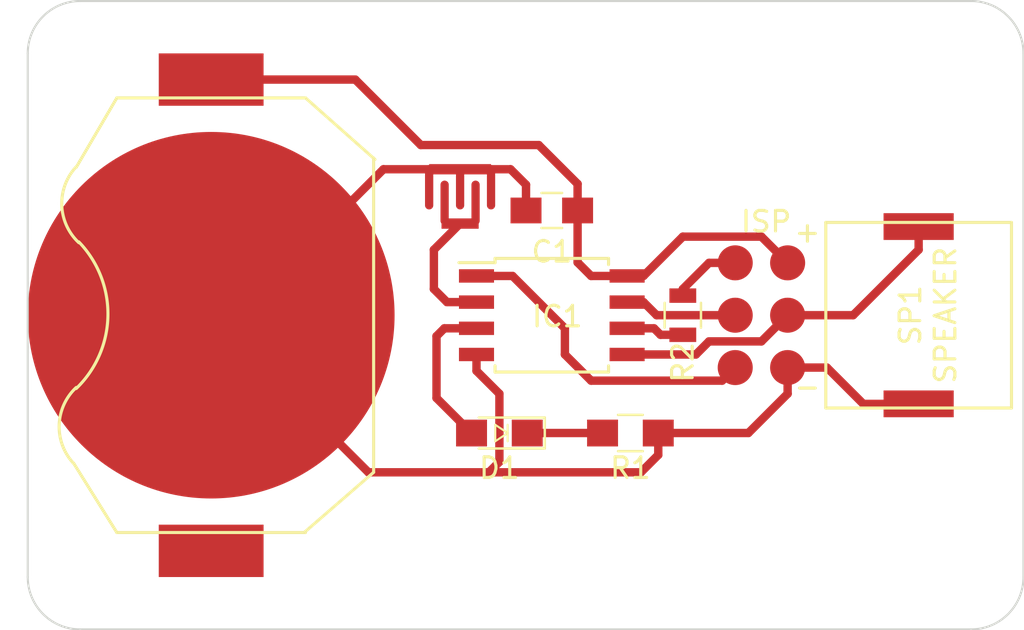
<source format=kicad_pcb>
(kicad_pcb (version 4) (host pcbnew 4.0.6)

  (general
    (links 19)
    (no_connects 1)
    (area 136.503999 63.957999 186.359001 94.538001)
    (thickness 1.6)
    (drawings 8)
    (tracks 65)
    (zones 0)
    (modules 9)
    (nets 11)
  )

  (page USLetter)
  (layers
    (0 F.Cu signal)
    (31 B.Cu signal)
    (32 B.Adhes user)
    (33 F.Adhes user)
    (34 B.Paste user)
    (35 F.Paste user)
    (36 B.SilkS user)
    (37 F.SilkS user)
    (38 B.Mask user)
    (39 F.Mask user)
    (40 Dwgs.User user)
    (41 Cmts.User user)
    (42 Eco1.User user)
    (43 Eco2.User user)
    (44 Edge.Cuts user)
    (45 Margin user)
    (46 B.CrtYd user)
    (47 F.CrtYd user)
    (48 B.Fab user)
    (49 F.Fab user)
  )

  (setup
    (last_trace_width 0.4064)
    (user_trace_width 0.254)
    (user_trace_width 0.3048)
    (user_trace_width 0.4064)
    (user_trace_width 0.6096)
    (trace_clearance 0.2)
    (zone_clearance 0.508)
    (zone_45_only no)
    (trace_min 0.2)
    (segment_width 0.2)
    (edge_width 0.1)
    (via_size 0.6)
    (via_drill 0.4)
    (via_min_size 0.4)
    (via_min_drill 0.3)
    (uvia_size 0.3)
    (uvia_drill 0.1)
    (uvias_allowed no)
    (uvia_min_size 0.2)
    (uvia_min_drill 0.1)
    (pcb_text_width 0.3)
    (pcb_text_size 1.27 1.27)
    (mod_edge_width 0.15)
    (mod_text_size 1.016 1.016)
    (mod_text_width 0.127)
    (pad_size 17.78 17.78)
    (pad_drill 0)
    (pad_to_mask_clearance 0)
    (aux_axis_origin 111.76 109.855)
    (grid_origin 0.889 0.508)
    (visible_elements 7FFFFFFF)
    (pcbplotparams
      (layerselection 0x010f0_80000001)
      (usegerberextensions true)
      (excludeedgelayer true)
      (linewidth 0.100000)
      (plotframeref false)
      (viasonmask false)
      (mode 1)
      (useauxorigin false)
      (hpglpennumber 1)
      (hpglpenspeed 20)
      (hpglpendiameter 15)
      (hpglpenoverlay 2)
      (psnegative false)
      (psa4output false)
      (plotreference true)
      (plotvalue true)
      (plotinvisibletext false)
      (padsonsilk false)
      (subtractmaskfromsilk false)
      (outputformat 1)
      (mirror false)
      (drillshape 0)
      (scaleselection 1)
      (outputdirectory gerbers/))
  )

  (net 0 "")
  (net 1 GND)
  (net 2 +BATT)
  (net 3 "Net-(CON1-Pad1)")
  (net 4 "Net-(D1-Pad1)")
  (net 5 /MISO)
  (net 6 /SCK)
  (net 7 /MOSI)
  (net 8 /RST)
  (net 9 /D3)
  (net 10 /D4)

  (net_class Default "This is the default net class."
    (clearance 0.2)
    (trace_width 0.25)
    (via_dia 0.6)
    (via_drill 0.4)
    (uvia_dia 0.3)
    (uvia_drill 0.1)
    (add_net +BATT)
    (add_net /D3)
    (add_net /D4)
    (add_net /MISO)
    (add_net /MOSI)
    (add_net /RST)
    (add_net /SCK)
    (add_net GND)
    (add_net "Net-(CON1-Pad1)")
    (add_net "Net-(D1-Pad1)")
  )

  (module myFootPrints:SW_SMD_TOUCH (layer F.Cu) (tedit 5A9F829B) (tstamp 5A94E024)
    (at 159.004 74.168)
    (path /5A7D01B3)
    (fp_text reference J1 (at 0.127 4.572) (layer F.SilkS) hide
      (effects (font (size 1.016 1.016) (thickness 0.2032)))
    )
    (fp_text value JMP (at 0.254 -4.572) (layer F.SilkS) hide
      (effects (font (size 1.016 1.016) (thickness 0.254)))
    )
    (fp_line (start -0.75 -1.25) (end -0.75 0.5) (layer F.Cu) (width 0.4))
    (fp_line (start 1.5 -2) (end 1.5 -0.25) (layer F.Cu) (width 0.4))
    (fp_line (start 0.75 0.5) (end 0.75 -1.25) (layer F.Cu) (width 0.4))
    (fp_line (start 0 -2) (end 0 -0.25) (layer F.Cu) (width 0.4))
    (fp_line (start -1.5 -2) (end -1.5 -0.25) (layer F.Cu) (width 0.4))
    (pad 1 smd rect (at 0 -2) (size 3 0.5) (layers F.Cu F.Paste F.Mask)
      (net 1 GND))
    (pad 2 smd rect (at 0 0.635) (size 1.8 0.5) (layers F.Cu F.Paste F.Mask)
      (net 9 /D3))
    (pad 3 smd circle (at 0 -0.75) (size 3.5 3.5) (layers F.Paste F.Mask))
  )

  (module LEDs:LED_0805_HandSoldering (layer F.Cu) (tedit 5A9E0B35) (tstamp 5A94E010)
    (at 160.909 84.963 180)
    (descr "Resistor SMD 0805, hand soldering")
    (tags "resistor 0805")
    (path /561BE7BF)
    (attr smd)
    (fp_text reference D1 (at 0 -1.7 180) (layer F.SilkS)
      (effects (font (size 1 1) (thickness 0.15)))
    )
    (fp_text value LED (at 0 1.75 180) (layer F.Fab)
      (effects (font (size 1 1) (thickness 0.15)))
    )
    (fp_line (start -0.4 -0.4) (end -0.4 0.4) (layer F.SilkS) (width 0.1))
    (fp_line (start -0.4 0) (end 0.2 -0.4) (layer F.SilkS) (width 0.1))
    (fp_line (start 0.2 0.4) (end -0.4 0) (layer F.SilkS) (width 0.1))
    (fp_line (start 0.2 -0.4) (end 0.2 0.4) (layer F.SilkS) (width 0.1))
    (fp_line (start -1 0.62) (end -1 -0.62) (layer F.Fab) (width 0.1))
    (fp_line (start 1 0.62) (end -1 0.62) (layer F.Fab) (width 0.1))
    (fp_line (start 1 -0.62) (end 1 0.62) (layer F.Fab) (width 0.1))
    (fp_line (start -1 -0.62) (end 1 -0.62) (layer F.Fab) (width 0.1))
    (fp_line (start 1 0.75) (end -2.2 0.75) (layer F.SilkS) (width 0.12))
    (fp_line (start -2.2 -0.75) (end 1 -0.75) (layer F.SilkS) (width 0.12))
    (fp_line (start -2.35 -0.9) (end 2.35 -0.9) (layer F.CrtYd) (width 0.05))
    (fp_line (start -2.35 -0.9) (end -2.35 0.9) (layer F.CrtYd) (width 0.05))
    (fp_line (start 2.35 0.9) (end 2.35 -0.9) (layer F.CrtYd) (width 0.05))
    (fp_line (start 2.35 0.9) (end -2.35 0.9) (layer F.CrtYd) (width 0.05))
    (fp_line (start -2.2 -0.75) (end -2.2 0.75) (layer F.SilkS) (width 0.12))
    (pad 1 smd rect (at -1.35 0 180) (size 1.5 1.3) (layers F.Cu F.Paste F.Mask)
      (net 4 "Net-(D1-Pad1)"))
    (pad 2 smd rect (at 1.35 0 180) (size 1.5 1.3) (layers F.Cu F.Paste F.Mask)
      (net 10 /D4))
    (model ${KISYS3DMOD}/LEDs.3dshapes/LED_0805.wrl
      (at (xyz 0 0 0))
      (scale (xyz 1 1 1))
      (rotate (xyz 0 0 0))
    )
  )

  (module footprints:Pin_Header_Straight_2x03_Pitch2.54mm (layer F.Cu) (tedit 5C8A8A6D) (tstamp 5A7BED43)
    (at 172.339 76.708)
    (descr "Through hole straight pin header, 2x03, 2.54mm pitch, double rows")
    (tags "Through hole pin header THT 2x03 2.54mm double row")
    (path /561A9A26)
    (fp_text reference CON1 (at 1.2 2.5 90) (layer F.SilkS) hide
      (effects (font (size 1 1) (thickness 0.15)))
    )
    (fp_text value ISP (at 1.5 -2) (layer F.SilkS)
      (effects (font (size 1 1) (thickness 0.15)))
    )
    (fp_text user - (at 3.5 6) (layer F.SilkS)
      (effects (font (size 1 1) (thickness 0.15)))
    )
    (fp_text user + (at 3.5 -1.5) (layer F.SilkS)
      (effects (font (size 1 1) (thickness 0.15)))
    )
    (fp_line (start 0 -1.27) (end 3.81 -1.27) (layer F.Fab) (width 0.1))
    (fp_line (start 3.81 -1.27) (end 3.81 6.35) (layer F.Fab) (width 0.1))
    (fp_line (start 3.81 6.35) (end -1.27 6.35) (layer F.Fab) (width 0.1))
    (fp_line (start -1.27 6.35) (end -1.27 0) (layer F.Fab) (width 0.1))
    (fp_line (start -1.27 0) (end 0 -1.27) (layer F.Fab) (width 0.1))
    (fp_line (start -1.8 -1.8) (end -1.8 6.85) (layer F.CrtYd) (width 0.05))
    (fp_line (start -1.8 6.85) (end 4.35 6.85) (layer F.CrtYd) (width 0.05))
    (fp_line (start 4.35 6.85) (end 4.35 -1.8) (layer F.CrtYd) (width 0.05))
    (fp_line (start 4.35 -1.8) (end -1.8 -1.8) (layer F.CrtYd) (width 0.05))
    (fp_text user %R (at 1.27 2.54 90) (layer F.Fab)
      (effects (font (size 1 1) (thickness 0.15)))
    )
    (pad 1 smd circle (at 0 0) (size 1.7 1.7) (layers F.Cu F.Paste F.Mask)
      (net 3 "Net-(CON1-Pad1)"))
    (pad 2 smd oval (at 2.54 0) (size 1.7 1.7) (layers F.Cu F.Paste F.Mask)
      (net 2 +BATT))
    (pad 3 smd oval (at 0 2.54) (size 1.7 1.7) (layers F.Cu F.Paste F.Mask)
      (net 6 /SCK))
    (pad 4 smd oval (at 2.54 2.54) (size 1.7 1.7) (layers F.Cu F.Paste F.Mask)
      (net 7 /MOSI))
    (pad 5 smd oval (at 0 5.08) (size 1.7 1.7) (layers F.Cu F.Paste F.Mask)
      (net 8 /RST))
    (pad 6 smd oval (at 2.54 5.08) (size 1.7 1.7) (layers F.Cu F.Paste F.Mask)
      (net 1 GND))
  )

  (module footprints:BATT_CR2032_SMD (layer F.Cu) (tedit 5C8A8B44) (tstamp 5A83A7E3)
    (at 146.939 79.248 270)
    (tags battery)
    (path /553F9619)
    (fp_text reference BT1 (at 0 5.08 270) (layer F.SilkS) hide
      (effects (font (size 1.72974 1.08712) (thickness 0.27178)))
    )
    (fp_text value Battery (at 0 -2.54 270) (layer F.SilkS) hide
      (effects (font (size 1.524 1.016) (thickness 0.254)))
    )
    (fp_line (start -7.1755 6.5405) (end -10.541 4.572) (layer F.SilkS) (width 0.15))
    (fp_line (start 7.1755 6.6675) (end 10.541 4.572) (layer F.SilkS) (width 0.15))
    (fp_arc (start -5.4229 4.6355) (end -3.5179 6.4135) (angle 90) (layer F.SilkS) (width 0.15))
    (fp_arc (start 5.4102 4.7625) (end 7.1882 6.6675) (angle 90) (layer F.SilkS) (width 0.15))
    (fp_arc (start -0.0635 10.033) (end -3.556 6.4135) (angle 90) (layer F.SilkS) (width 0.15))
    (fp_line (start 7.62 -7.874) (end 10.541 -4.5085) (layer F.SilkS) (width 0.15))
    (fp_line (start -10.541 -4.572) (end -7.5565 -7.9375) (layer F.SilkS) (width 0.15))
    (fp_line (start -7.62 -7.874) (end 7.62 -7.874) (layer F.SilkS) (width 0.15))
    (fp_line (start -10.541 4.572) (end -10.541 -4.572) (layer F.SilkS) (width 0.15))
    (fp_line (start 10.541 4.572) (end 10.541 -4.572) (layer F.SilkS) (width 0.15))
    (fp_circle (center 0 0) (end -10.16 0) (layer Dwgs.User) (width 0.15))
    (pad 2 smd circle (at 0 0 270) (size 17.78 17.78) (layers F.Cu F.Paste F.Mask)
      (net 1 GND))
    (pad 1 smd rect (at -11.43 0 270) (size 2.54 5.08) (layers F.Cu F.Paste F.Mask)
      (net 2 +BATT))
    (pad 1 smd rect (at 11.43 0 270) (size 2.54 5.08) (layers F.Cu F.Paste F.Mask)
      (net 2 +BATT))
  )

  (module footprints:PS1240_piezo (layer F.Cu) (tedit 5A7D0A37) (tstamp 5A83A82D)
    (at 181.229 79.248 90)
    (descr "piezo speaker 12 mm")
    (tags "buzzer speaker piezo")
    (path /561A890F)
    (fp_text reference SP1 (at 0 -0.4 90) (layer F.SilkS)
      (effects (font (size 1 1) (thickness 0.15)))
    )
    (fp_text value SPEAKER (at 0 1.3 90) (layer F.SilkS)
      (effects (font (size 1 1) (thickness 0.15)))
    )
    (fp_line (start -4.5 -4.5) (end -4.5 4.5) (layer F.SilkS) (width 0.15))
    (fp_line (start -4.5 4.5) (end 4.5 4.5) (layer F.SilkS) (width 0.15))
    (fp_line (start 4.5 4.5) (end 4.5 -4.5) (layer F.SilkS) (width 0.15))
    (fp_line (start 4.5 -4.5) (end -4.5 -4.5) (layer F.SilkS) (width 0.15))
    (pad 1 smd rect (at -4.3 0 90) (size 1.3 3.4) (layers F.Cu F.Paste F.Mask)
      (net 1 GND))
    (pad 2 smd rect (at 4.3 0 90) (size 1.3 3.4) (layers F.Cu F.Paste F.Mask)
      (net 7 /MOSI))
  )

  (module footprints:SOIJ-8_5.3x5.3mm_Pitch1.27mm (layer F.Cu) (tedit 5A94E6CD) (tstamp 5A94DD7A)
    (at 163.449 79.248)
    (descr "8-Lead Plastic Small Outline (SM) - Medium, 5.28 mm Body [SOIC] (see Microchip Packaging Specification 00000049BS.pdf)")
    (tags "SOIC 1.27")
    (path /553EFD0A)
    (attr smd)
    (fp_text reference IC1 (at 0.265 0.06) (layer F.SilkS)
      (effects (font (size 1 1) (thickness 0.15)))
    )
    (fp_text value ATTINY85 (at 0 3.68) (layer F.Fab)
      (effects (font (size 1 1) (thickness 0.15)))
    )
    (fp_text user %R (at 0 0) (layer F.Fab)
      (effects (font (size 1 1) (thickness 0.15)))
    )
    (fp_line (start -1.65 -2.65) (end 2.65 -2.65) (layer F.Fab) (width 0.15))
    (fp_line (start 2.65 -2.65) (end 2.65 2.65) (layer F.Fab) (width 0.15))
    (fp_line (start 2.65 2.65) (end -2.65 2.65) (layer F.Fab) (width 0.15))
    (fp_line (start -2.65 2.65) (end -2.65 -1.65) (layer F.Fab) (width 0.15))
    (fp_line (start -2.65 -1.65) (end -1.65 -2.65) (layer F.Fab) (width 0.15))
    (fp_line (start -4.75 -2.95) (end -4.75 2.95) (layer F.CrtYd) (width 0.05))
    (fp_line (start 4.75 -2.95) (end 4.75 2.95) (layer F.CrtYd) (width 0.05))
    (fp_line (start -4.75 -2.95) (end 4.75 -2.95) (layer F.CrtYd) (width 0.05))
    (fp_line (start -4.75 2.95) (end 4.75 2.95) (layer F.CrtYd) (width 0.05))
    (fp_line (start -2.75 -2.755) (end -2.75 -2.55) (layer F.SilkS) (width 0.15))
    (fp_line (start 2.75 -2.755) (end 2.75 -2.455) (layer F.SilkS) (width 0.15))
    (fp_line (start 2.75 2.755) (end 2.75 2.455) (layer F.SilkS) (width 0.15))
    (fp_line (start -2.75 2.755) (end -2.75 2.455) (layer F.SilkS) (width 0.15))
    (fp_line (start -2.75 -2.755) (end 2.75 -2.755) (layer F.SilkS) (width 0.15))
    (fp_line (start -2.75 2.755) (end 2.75 2.755) (layer F.SilkS) (width 0.15))
    (fp_line (start -2.75 -2.55) (end -4.5 -2.55) (layer F.SilkS) (width 0.15))
    (pad 1 smd rect (at -3.65 -1.905) (size 1.7 0.65) (layers F.Cu F.Paste F.Mask)
      (net 8 /RST))
    (pad 2 smd rect (at -3.65 -0.635) (size 1.7 0.65) (layers F.Cu F.Paste F.Mask)
      (net 9 /D3))
    (pad 3 smd rect (at -3.65 0.635) (size 1.7 0.65) (layers F.Cu F.Paste F.Mask)
      (net 10 /D4))
    (pad 4 smd rect (at -3.65 1.905) (size 1.7 0.65) (layers F.Cu F.Paste F.Mask)
      (net 1 GND))
    (pad 5 smd rect (at 3.65 1.905) (size 1.7 0.65) (layers F.Cu F.Paste F.Mask)
      (net 7 /MOSI))
    (pad 6 smd rect (at 3.65 0.635) (size 1.7 0.65) (layers F.Cu F.Paste F.Mask)
      (net 5 /MISO))
    (pad 7 smd rect (at 3.65 -0.635) (size 1.7 0.65) (layers F.Cu F.Paste F.Mask)
      (net 6 /SCK))
    (pad 8 smd rect (at 3.65 -1.905) (size 1.7 0.65) (layers F.Cu F.Paste F.Mask)
      (net 2 +BATT))
    (model ${KISYS3DMOD}/Housings_SOIC.3dshapes/SOIJ-8_5.3x5.3mm_Pitch1.27mm.wrl
      (at (xyz 0 0 0))
      (scale (xyz 1 1 1))
      (rotate (xyz 0 0 0))
    )
  )

  (module Resistors_SMD:R_0805_HandSoldering (layer F.Cu) (tedit 58E0A804) (tstamp 5A94E034)
    (at 167.259 84.963 180)
    (descr "Resistor SMD 0805, hand soldering")
    (tags "resistor 0805")
    (path /561BE85C)
    (attr smd)
    (fp_text reference R1 (at 0 -1.7 180) (layer F.SilkS)
      (effects (font (size 1 1) (thickness 0.15)))
    )
    (fp_text value 330 (at 0 1.75 180) (layer F.Fab)
      (effects (font (size 1 1) (thickness 0.15)))
    )
    (fp_text user %R (at 0 0 180) (layer F.Fab)
      (effects (font (size 0.5 0.5) (thickness 0.075)))
    )
    (fp_line (start -1 0.62) (end -1 -0.62) (layer F.Fab) (width 0.1))
    (fp_line (start 1 0.62) (end -1 0.62) (layer F.Fab) (width 0.1))
    (fp_line (start 1 -0.62) (end 1 0.62) (layer F.Fab) (width 0.1))
    (fp_line (start -1 -0.62) (end 1 -0.62) (layer F.Fab) (width 0.1))
    (fp_line (start 0.6 0.88) (end -0.6 0.88) (layer F.SilkS) (width 0.12))
    (fp_line (start -0.6 -0.88) (end 0.6 -0.88) (layer F.SilkS) (width 0.12))
    (fp_line (start -2.35 -0.9) (end 2.35 -0.9) (layer F.CrtYd) (width 0.05))
    (fp_line (start -2.35 -0.9) (end -2.35 0.9) (layer F.CrtYd) (width 0.05))
    (fp_line (start 2.35 0.9) (end 2.35 -0.9) (layer F.CrtYd) (width 0.05))
    (fp_line (start 2.35 0.9) (end -2.35 0.9) (layer F.CrtYd) (width 0.05))
    (pad 1 smd rect (at -1.35 0 180) (size 1.5 1.3) (layers F.Cu F.Paste F.Mask)
      (net 1 GND))
    (pad 2 smd rect (at 1.35 0 180) (size 1.5 1.3) (layers F.Cu F.Paste F.Mask)
      (net 4 "Net-(D1-Pad1)"))
    (model ${KISYS3DMOD}/Resistors_SMD.3dshapes/R_0805.wrl
      (at (xyz 0 0 0))
      (scale (xyz 1 1 1))
      (rotate (xyz 0 0 0))
    )
  )

  (module Capacitors_SMD:C_0805_HandSoldering (layer F.Cu) (tedit 5A9E0520) (tstamp 5A94E000)
    (at 163.449 74.168)
    (descr "Capacitor SMD 0805, hand soldering")
    (tags "capacitor 0805")
    (path /553FDF53)
    (attr smd)
    (fp_text reference C1 (at 0 2) (layer F.SilkS)
      (effects (font (size 1 1) (thickness 0.15)))
    )
    (fp_text value "0.1 uF" (at 0 1.75) (layer F.Fab)
      (effects (font (size 1 1) (thickness 0.15)))
    )
    (fp_text user %R (at 0 2) (layer F.Fab)
      (effects (font (size 1 1) (thickness 0.15)))
    )
    (fp_line (start -1 0.62) (end -1 -0.62) (layer F.Fab) (width 0.1))
    (fp_line (start 1 0.62) (end -1 0.62) (layer F.Fab) (width 0.1))
    (fp_line (start 1 -0.62) (end 1 0.62) (layer F.Fab) (width 0.1))
    (fp_line (start -1 -0.62) (end 1 -0.62) (layer F.Fab) (width 0.1))
    (fp_line (start 0.5 -0.85) (end -0.5 -0.85) (layer F.SilkS) (width 0.12))
    (fp_line (start -0.5 0.85) (end 0.5 0.85) (layer F.SilkS) (width 0.12))
    (fp_line (start -2.25 -0.88) (end 2.25 -0.88) (layer F.CrtYd) (width 0.05))
    (fp_line (start -2.25 -0.88) (end -2.25 0.87) (layer F.CrtYd) (width 0.05))
    (fp_line (start 2.25 0.87) (end 2.25 -0.88) (layer F.CrtYd) (width 0.05))
    (fp_line (start 2.25 0.87) (end -2.25 0.87) (layer F.CrtYd) (width 0.05))
    (pad 1 smd rect (at -1.25 0) (size 1.5 1.25) (layers F.Cu F.Paste F.Mask)
      (net 1 GND))
    (pad 2 smd rect (at 1.25 0) (size 1.5 1.25) (layers F.Cu F.Paste F.Mask)
      (net 2 +BATT))
    (model Capacitors_SMD.3dshapes/C_0805.wrl
      (at (xyz 0 0 0))
      (scale (xyz 1 1 1))
      (rotate (xyz 0 0 0))
    )
  )

  (module Resistors_SMD:R_0805 (layer F.Cu) (tedit 5C8A92A4) (tstamp 5C8A8B15)
    (at 169.799 79.248 270)
    (descr "Resistor SMD 0805, reflow soldering, Vishay (see dcrcw.pdf)")
    (tags "resistor 0805")
    (path /5C8A8E71)
    (attr smd)
    (fp_text reference R2 (at 2.286 0 270) (layer F.SilkS)
      (effects (font (size 1 1) (thickness 0.15)))
    )
    (fp_text value 0 (at 0 1.75 270) (layer F.Fab)
      (effects (font (size 1 1) (thickness 0.15)))
    )
    (fp_text user %R (at 0 0 270) (layer F.Fab)
      (effects (font (size 0.5 0.5) (thickness 0.075)))
    )
    (fp_line (start -1 0.62) (end -1 -0.62) (layer F.Fab) (width 0.1))
    (fp_line (start 1 0.62) (end -1 0.62) (layer F.Fab) (width 0.1))
    (fp_line (start 1 -0.62) (end 1 0.62) (layer F.Fab) (width 0.1))
    (fp_line (start -1 -0.62) (end 1 -0.62) (layer F.Fab) (width 0.1))
    (fp_line (start 0.6 0.88) (end -0.6 0.88) (layer F.SilkS) (width 0.12))
    (fp_line (start -0.6 -0.88) (end 0.6 -0.88) (layer F.SilkS) (width 0.12))
    (fp_line (start -1.55 -0.9) (end 1.55 -0.9) (layer F.CrtYd) (width 0.05))
    (fp_line (start -1.55 -0.9) (end -1.55 0.9) (layer F.CrtYd) (width 0.05))
    (fp_line (start 1.55 0.9) (end 1.55 -0.9) (layer F.CrtYd) (width 0.05))
    (fp_line (start 1.55 0.9) (end -1.55 0.9) (layer F.CrtYd) (width 0.05))
    (pad 1 smd rect (at -0.95 0 270) (size 0.7 1.3) (layers F.Cu F.Paste F.Mask)
      (net 3 "Net-(CON1-Pad1)"))
    (pad 2 smd rect (at 0.95 0 270) (size 0.7 1.3) (layers F.Cu F.Paste F.Mask)
      (net 5 /MISO))
    (model ${KISYS3DMOD}/Resistors_SMD.3dshapes/R_0805.wrl
      (at (xyz 0 0 0))
      (scale (xyz 1 1 1))
      (rotate (xyz 0 0 0))
    )
  )

  (gr_line (start 138.049 91.948) (end 138.049 66.548) (angle 90) (layer Edge.Cuts) (width 0.1))
  (gr_line (start 183.769 94.488) (end 140.589 94.488) (angle 90) (layer Edge.Cuts) (width 0.1))
  (gr_line (start 186.309 66.548) (end 186.309 91.948) (angle 90) (layer Edge.Cuts) (width 0.1))
  (gr_line (start 140.589 64.008) (end 183.769 64.008) (angle 90) (layer Edge.Cuts) (width 0.1))
  (gr_arc (start 183.769 66.548) (end 183.769 64.008) (angle 90) (layer Edge.Cuts) (width 0.1))
  (gr_arc (start 183.769 91.948) (end 186.309 91.948) (angle 90) (layer Edge.Cuts) (width 0.1))
  (gr_arc (start 140.589 91.948) (end 140.589 94.488) (angle 90) (layer Edge.Cuts) (width 0.1))
  (gr_arc (start 140.589 66.548) (end 138.049 66.548) (angle 90) (layer Edge.Cuts) (width 0.1))

  (segment (start 168.609 84.963) (end 172.974 84.963) (width 0.4064) (layer F.Cu) (net 1) (status 400000))
  (segment (start 174.879 83.058) (end 174.879 81.788) (width 0.4064) (layer F.Cu) (net 1) (tstamp 5C8A9257) (status 800000))
  (segment (start 172.974 84.963) (end 174.879 83.058) (width 0.4064) (layer F.Cu) (net 1) (tstamp 5C8A9255))
  (segment (start 160.401 86.868) (end 167.767 86.868) (width 0.4064) (layer F.Cu) (net 1))
  (segment (start 168.609 86.026) (end 168.609 84.963) (width 0.4064) (layer F.Cu) (net 1) (tstamp 5C8A9252) (status 800000))
  (segment (start 167.767 86.868) (end 168.609 86.026) (width 0.4064) (layer F.Cu) (net 1) (tstamp 5C8A9250))
  (segment (start 160.909 83.058) (end 160.909 86.36) (width 0.4064) (layer F.Cu) (net 1))
  (segment (start 159.799 81.948) (end 160.909 83.058) (width 0.4064) (layer F.Cu) (net 1) (tstamp 5C8A8EAE))
  (segment (start 159.799 81.153) (end 159.799 81.948) (width 0.4064) (layer F.Cu) (net 1))
  (segment (start 154.559 86.868) (end 146.939 79.248) (width 0.4064) (layer F.Cu) (net 1) (tstamp 5C8A9243) (status 800000))
  (segment (start 160.401 86.868) (end 154.559 86.868) (width 0.4064) (layer F.Cu) (net 1) (tstamp 5C8A9242))
  (segment (start 160.909 86.36) (end 160.401 86.868) (width 0.4064) (layer F.Cu) (net 1) (tstamp 5C8A923E))
  (segment (start 146.939 79.248) (end 148.209 79.248) (width 0.4064) (layer F.Cu) (net 1))
  (segment (start 148.209 79.248) (end 155.289 72.168) (width 0.4064) (layer F.Cu) (net 1) (tstamp 5C8A8F1D))
  (segment (start 155.289 72.168) (end 159.004 72.168) (width 0.4064) (layer F.Cu) (net 1) (tstamp 5C8A8F1E))
  (segment (start 162.199 74.168) (end 162.199 72.918) (width 0.4064) (layer F.Cu) (net 1))
  (segment (start 161.449 72.168) (end 159.004 72.168) (width 0.4064) (layer F.Cu) (net 1) (tstamp 5C8A8F1A))
  (segment (start 162.199 72.918) (end 161.449 72.168) (width 0.4064) (layer F.Cu) (net 1) (tstamp 5C8A8F19))
  (segment (start 146.939 79.248) (end 147.574 79.248) (width 0.4064) (layer F.Cu) (net 1))
  (segment (start 174.879 81.788) (end 176.784 81.788) (width 0.4064) (layer F.Cu) (net 1))
  (segment (start 176.784 81.788) (end 178.544 83.548) (width 0.4064) (layer F.Cu) (net 1) (tstamp 5C8A8E9E))
  (segment (start 178.544 83.548) (end 181.229 83.548) (width 0.4064) (layer F.Cu) (net 1) (tstamp 5C8A8E9F))
  (segment (start 146.939 67.818) (end 153.924 67.818) (width 0.4064) (layer F.Cu) (net 2))
  (segment (start 164.699 72.878) (end 164.699 74.168) (width 0.4064) (layer F.Cu) (net 2) (tstamp 5C8A8EBC))
  (segment (start 162.814 70.993) (end 164.699 72.878) (width 0.4064) (layer F.Cu) (net 2) (tstamp 5C8A8EBA))
  (segment (start 157.099 70.993) (end 162.814 70.993) (width 0.4064) (layer F.Cu) (net 2) (tstamp 5C8A8EB8))
  (segment (start 153.924 67.818) (end 157.099 70.993) (width 0.4064) (layer F.Cu) (net 2) (tstamp 5C8A8EB6))
  (segment (start 167.099 77.343) (end 165.354 77.343) (width 0.4064) (layer F.Cu) (net 2))
  (segment (start 164.699 76.688) (end 164.699 74.168) (width 0.4064) (layer F.Cu) (net 2) (tstamp 5C8A8EAB))
  (segment (start 165.354 77.343) (end 164.699 76.688) (width 0.4064) (layer F.Cu) (net 2) (tstamp 5C8A8EAA))
  (segment (start 167.099 77.343) (end 167.894 77.343) (width 0.4064) (layer F.Cu) (net 2))
  (segment (start 167.894 77.343) (end 169.799 75.438) (width 0.4064) (layer F.Cu) (net 2) (tstamp 5C8A8E7E))
  (segment (start 169.799 75.438) (end 173.609 75.438) (width 0.4064) (layer F.Cu) (net 2) (tstamp 5C8A8E7F))
  (segment (start 173.609 75.438) (end 174.879 76.708) (width 0.4064) (layer F.Cu) (net 2) (tstamp 5C8A8E81))
  (segment (start 169.799 78.298) (end 169.799 77.978) (width 0.4064) (layer F.Cu) (net 3))
  (segment (start 169.799 77.978) (end 171.069 76.708) (width 0.4064) (layer F.Cu) (net 3) (tstamp 5C8A8E76))
  (segment (start 171.069 76.708) (end 172.339 76.708) (width 0.4064) (layer F.Cu) (net 3) (tstamp 5C8A8E77))
  (segment (start 165.909 84.963) (end 162.259 84.963) (width 0.4064) (layer F.Cu) (net 4) (status 20))
  (segment (start 167.099 79.883) (end 168.402 79.883) (width 0.4064) (layer F.Cu) (net 5))
  (segment (start 168.717 80.198) (end 169.799 80.198) (width 0.4064) (layer F.Cu) (net 5) (tstamp 5C8A8E48))
  (segment (start 168.402 79.883) (end 168.717 80.198) (width 0.4064) (layer F.Cu) (net 5) (tstamp 5C8A8E47))
  (segment (start 167.099 78.613) (end 167.894 78.613) (width 0.4064) (layer F.Cu) (net 6))
  (segment (start 167.894 78.613) (end 168.529 79.248) (width 0.4064) (layer F.Cu) (net 6) (tstamp 5C8A8E7A))
  (segment (start 168.529 79.248) (end 172.339 79.248) (width 0.4064) (layer F.Cu) (net 6) (tstamp 5C8A8E7B))
  (segment (start 174.879 79.248) (end 178.054 79.248) (width 0.4064) (layer F.Cu) (net 7))
  (segment (start 181.229 76.073) (end 181.229 74.948) (width 0.4064) (layer F.Cu) (net 7) (tstamp 5C8A8EA5))
  (segment (start 178.054 79.248) (end 181.229 76.073) (width 0.4064) (layer F.Cu) (net 7) (tstamp 5C8A8EA3))
  (segment (start 167.099 81.153) (end 170.434 81.153) (width 0.4064) (layer F.Cu) (net 7))
  (segment (start 173.609 80.518) (end 174.879 79.248) (width 0.4064) (layer F.Cu) (net 7) (tstamp 5C8A8E86))
  (segment (start 171.069 80.518) (end 173.609 80.518) (width 0.4064) (layer F.Cu) (net 7) (tstamp 5C8A8E85))
  (segment (start 170.434 81.153) (end 171.069 80.518) (width 0.4064) (layer F.Cu) (net 7) (tstamp 5C8A8E84))
  (segment (start 159.799 77.343) (end 161.544 77.343) (width 0.4064) (layer F.Cu) (net 8))
  (segment (start 171.704 82.423) (end 172.339 81.788) (width 0.4064) (layer F.Cu) (net 8) (tstamp 5C8A8E90))
  (segment (start 165.354 82.423) (end 171.704 82.423) (width 0.4064) (layer F.Cu) (net 8) (tstamp 5C8A8E8F))
  (segment (start 164.084 81.153) (end 165.354 82.423) (width 0.4064) (layer F.Cu) (net 8) (tstamp 5C8A8E8E))
  (segment (start 164.084 79.883) (end 164.084 81.153) (width 0.4064) (layer F.Cu) (net 8) (tstamp 5C8A8E8D))
  (segment (start 161.544 77.343) (end 164.084 79.883) (width 0.4064) (layer F.Cu) (net 8) (tstamp 5C8A8E8C))
  (segment (start 159.799 78.613) (end 158.369 78.613) (width 0.4064) (layer F.Cu) (net 9))
  (segment (start 157.734 76.073) (end 159.004 74.803) (width 0.4064) (layer F.Cu) (net 9) (tstamp 5C8A8F24))
  (segment (start 157.734 77.978) (end 157.734 76.073) (width 0.4064) (layer F.Cu) (net 9) (tstamp 5C8A8F23))
  (segment (start 158.369 78.613) (end 157.734 77.978) (width 0.4064) (layer F.Cu) (net 9) (tstamp 5C8A8F22))
  (segment (start 159.799 79.883) (end 158.242 79.883) (width 0.4064) (layer F.Cu) (net 10) (status 400000))
  (segment (start 157.861 83.265) (end 159.559 84.963) (width 0.4064) (layer F.Cu) (net 10) (tstamp 5C8A9267) (status 800000))
  (segment (start 157.861 80.264) (end 157.861 83.265) (width 0.4064) (layer F.Cu) (net 10) (tstamp 5C8A925D))
  (segment (start 158.242 79.883) (end 157.861 80.264) (width 0.4064) (layer F.Cu) (net 10) (tstamp 5C8A925B))

)

</source>
